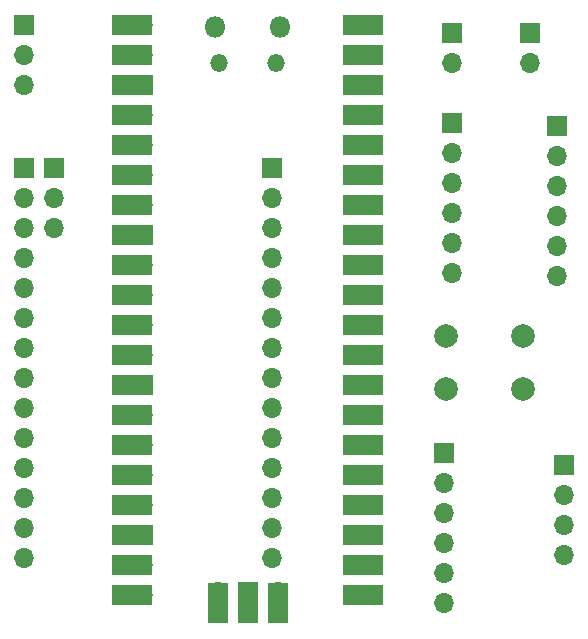
<source format=gts>
G04 #@! TF.GenerationSoftware,KiCad,Pcbnew,(6.0.0)*
G04 #@! TF.CreationDate,2022-03-22T13:40:09+01:00*
G04 #@! TF.ProjectId,atlas_pipico_v02,61746c61-735f-4706-9970-69636f5f7630,rev?*
G04 #@! TF.SameCoordinates,Original*
G04 #@! TF.FileFunction,Soldermask,Top*
G04 #@! TF.FilePolarity,Negative*
%FSLAX46Y46*%
G04 Gerber Fmt 4.6, Leading zero omitted, Abs format (unit mm)*
G04 Created by KiCad (PCBNEW (6.0.0)) date 2022-03-22 13:40:09*
%MOMM*%
%LPD*%
G01*
G04 APERTURE LIST*
%ADD10R,1.700000X1.700000*%
%ADD11O,1.700000X1.700000*%
%ADD12O,1.500000X1.500000*%
%ADD13O,1.800000X1.800000*%
%ADD14R,3.500000X1.700000*%
%ADD15R,1.700000X3.500000*%
%ADD16C,2.000000*%
G04 APERTURE END LIST*
D10*
X179070000Y-87884000D03*
D11*
X179070000Y-90424000D03*
X179070000Y-92964000D03*
X179070000Y-95504000D03*
X179070000Y-98044000D03*
X179070000Y-100584000D03*
D10*
X133985000Y-91440000D03*
D11*
X133985000Y-93980000D03*
X133985000Y-96520000D03*
X133985000Y-99060000D03*
X133985000Y-101600000D03*
X133985000Y-104140000D03*
X133985000Y-106680000D03*
X133985000Y-109220000D03*
X133985000Y-111760000D03*
X133985000Y-114300000D03*
X133985000Y-116840000D03*
X133985000Y-119380000D03*
X133985000Y-121920000D03*
X133985000Y-124460000D03*
D12*
X155333000Y-82535000D03*
D13*
X150183000Y-79505000D03*
D12*
X150483000Y-82535000D03*
D13*
X155633000Y-79505000D03*
D14*
X143118000Y-79375000D03*
D11*
X144018000Y-79375000D03*
D14*
X143118000Y-81915000D03*
D11*
X144018000Y-81915000D03*
D14*
X143118000Y-84455000D03*
D10*
X144018000Y-84455000D03*
D14*
X143118000Y-86995000D03*
D11*
X144018000Y-86995000D03*
D14*
X143118000Y-89535000D03*
D11*
X144018000Y-89535000D03*
D14*
X143118000Y-92075000D03*
D11*
X144018000Y-92075000D03*
X144018000Y-94615000D03*
D14*
X143118000Y-94615000D03*
D10*
X144018000Y-97155000D03*
D14*
X143118000Y-97155000D03*
D11*
X144018000Y-99695000D03*
D14*
X143118000Y-99695000D03*
D11*
X144018000Y-102235000D03*
D14*
X143118000Y-102235000D03*
D11*
X144018000Y-104775000D03*
D14*
X143118000Y-104775000D03*
D11*
X144018000Y-107315000D03*
D14*
X143118000Y-107315000D03*
D10*
X144018000Y-109855000D03*
D14*
X143118000Y-109855000D03*
X143118000Y-112395000D03*
D11*
X144018000Y-112395000D03*
D14*
X143118000Y-114935000D03*
D11*
X144018000Y-114935000D03*
D14*
X143118000Y-117475000D03*
D11*
X144018000Y-117475000D03*
X144018000Y-120015000D03*
D14*
X143118000Y-120015000D03*
X143118000Y-122555000D03*
D10*
X144018000Y-122555000D03*
D11*
X144018000Y-125095000D03*
D14*
X143118000Y-125095000D03*
D11*
X144018000Y-127635000D03*
D14*
X143118000Y-127635000D03*
D11*
X161798000Y-127635000D03*
D14*
X162698000Y-127635000D03*
X162698000Y-125095000D03*
D11*
X161798000Y-125095000D03*
D14*
X162698000Y-122555000D03*
D10*
X161798000Y-122555000D03*
D11*
X161798000Y-120015000D03*
D14*
X162698000Y-120015000D03*
X162698000Y-117475000D03*
D11*
X161798000Y-117475000D03*
D14*
X162698000Y-114935000D03*
D11*
X161798000Y-114935000D03*
D14*
X162698000Y-112395000D03*
D11*
X161798000Y-112395000D03*
D14*
X162698000Y-109855000D03*
D10*
X161798000Y-109855000D03*
D11*
X161798000Y-107315000D03*
D14*
X162698000Y-107315000D03*
D11*
X161798000Y-104775000D03*
D14*
X162698000Y-104775000D03*
X162698000Y-102235000D03*
D11*
X161798000Y-102235000D03*
X161798000Y-99695000D03*
D14*
X162698000Y-99695000D03*
X162698000Y-97155000D03*
D10*
X161798000Y-97155000D03*
D11*
X161798000Y-94615000D03*
D14*
X162698000Y-94615000D03*
X162698000Y-92075000D03*
D11*
X161798000Y-92075000D03*
D14*
X162698000Y-89535000D03*
D11*
X161798000Y-89535000D03*
D14*
X162698000Y-86995000D03*
D11*
X161798000Y-86995000D03*
D14*
X162698000Y-84455000D03*
D10*
X161798000Y-84455000D03*
D11*
X161798000Y-81915000D03*
D14*
X162698000Y-81915000D03*
X162698000Y-79375000D03*
D11*
X161798000Y-79375000D03*
X150368000Y-127405000D03*
D15*
X150368000Y-128305000D03*
X152908000Y-128305000D03*
D10*
X152908000Y-127405000D03*
D15*
X155448000Y-128305000D03*
D11*
X155448000Y-127405000D03*
D10*
X154940000Y-91440000D03*
D11*
X154940000Y-93980000D03*
X154940000Y-96520000D03*
X154940000Y-99060000D03*
X154940000Y-101600000D03*
X154940000Y-104140000D03*
X154940000Y-106680000D03*
X154940000Y-109220000D03*
X154940000Y-111760000D03*
X154940000Y-114300000D03*
X154940000Y-116840000D03*
X154940000Y-119380000D03*
X154940000Y-121920000D03*
X154940000Y-124460000D03*
D10*
X170180000Y-80010000D03*
D11*
X170180000Y-82550000D03*
D10*
X169545000Y-115570000D03*
D11*
X169545000Y-118110000D03*
X169545000Y-120650000D03*
X169545000Y-123190000D03*
X169545000Y-125730000D03*
X169545000Y-128270000D03*
D10*
X136525000Y-91440000D03*
D11*
X136525000Y-93980000D03*
X136525000Y-96520000D03*
D16*
X176224000Y-105700000D03*
X169724000Y-105700000D03*
X169724000Y-110200000D03*
X176224000Y-110200000D03*
D10*
X176784000Y-80005000D03*
D11*
X176784000Y-82545000D03*
D10*
X179705000Y-116586000D03*
D11*
X179705000Y-119126000D03*
X179705000Y-121666000D03*
X179705000Y-124206000D03*
D10*
X133985000Y-79375000D03*
D11*
X133985000Y-81915000D03*
X133985000Y-84455000D03*
D10*
X170180000Y-87630000D03*
D11*
X170180000Y-90170000D03*
X170180000Y-92710000D03*
X170180000Y-95250000D03*
X170180000Y-97790000D03*
X170180000Y-100330000D03*
M02*

</source>
